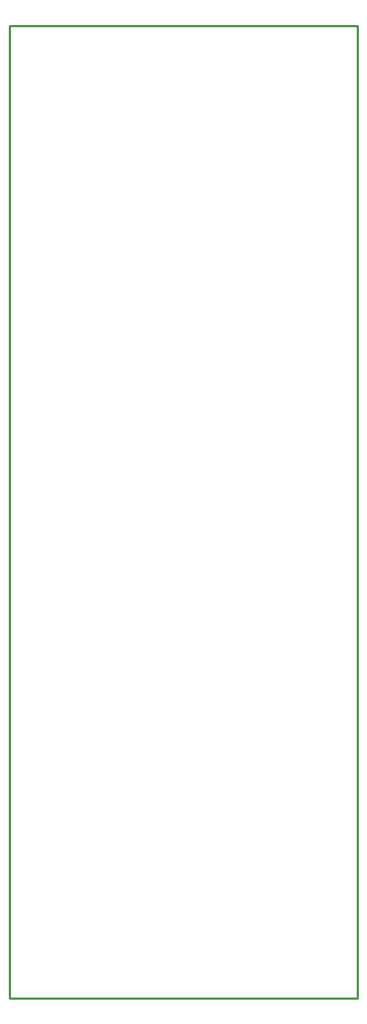
<source format=gm1>
G04 Layer_Color=16711935*
%FSLAX43Y43*%
%MOMM*%
G71*
G01*
G75*
%ADD32C,0.254*%
D32*
X80000Y220250D02*
X80000Y108250D01*
X120000Y220250D02*
X120000Y108250D01*
X80000Y108250D02*
X120000Y108250D01*
X80000Y220250D02*
X120000D01*
M02*

</source>
